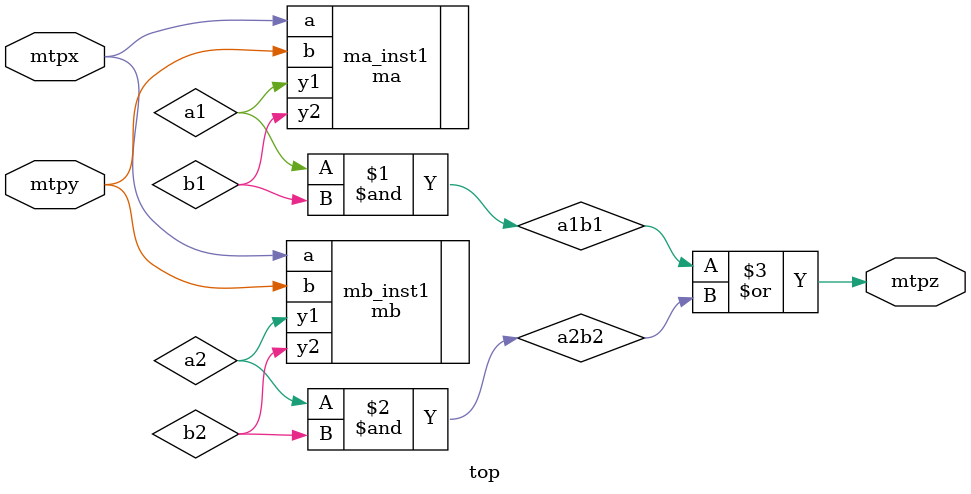
<source format=v>
module top (input mtpx, input mtpy, output mtpz);
    // use os fios a seguir de acordo com a figura
    wire a1, b1, a2, b2, a1b1, a2b2;
    // Implemente a primeira parte do circuito usando os módulos ma e mb
    // Preste atenção nas portas desconectadas 

// Primeira parte do circuito usando módulos ma e mb
    // Assumindo que ma e mb são módulos com portas lógicas básicas
    ma ma_inst1(
        .a(mtpx),       // Entrada a conectada a mtpx
        .b(mtpy),       // Entrada b conectada a mtpy
        .y1(a1),        // Saída y1 conectada a a1
        .y2(b1)         // Saída y2 conectada a b1
    );
    
    mb mb_inst1(
        .a(mtpx),       // Entrada a conectada a mtpx
        .b(mtpy),       // Entrada b conectada a mtpy
        .y1(a2),        // Saída y1 conectada a a2
        .y2(b2)        // Saída y2 conectada a b2
    );

    // Implemente a segunda parte do circuito usando primitivas da linguagem
    
// Segunda parte do circuito usando primitivas Verilog
    and and1(a1b1, a1, b1);  // Porta AND para a1 e b1
    and and2(a2b2, a2, b2);  // Porta AND para a2 e b2
    or  or1(mtpz, a1b1, a2b2); // Porta OR final que gera a saída

endmodule

</source>
